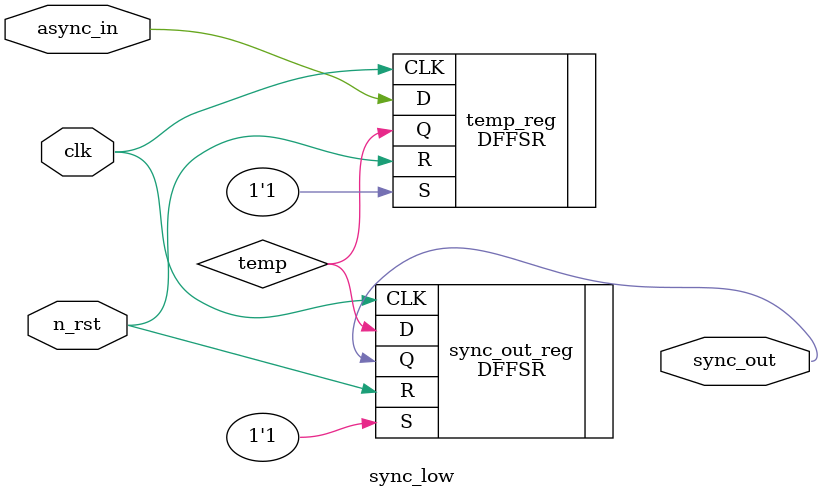
<source format=v>


module sync_low ( clk, n_rst, async_in, sync_out );
  input clk, n_rst, async_in;
  output sync_out;
  wire   temp;

  DFFSR temp_reg ( .D(async_in), .CLK(clk), .R(n_rst), .S(1'b1), .Q(temp) );
  DFFSR sync_out_reg ( .D(temp), .CLK(clk), .R(n_rst), .S(1'b1), .Q(sync_out)
         );
endmodule


</source>
